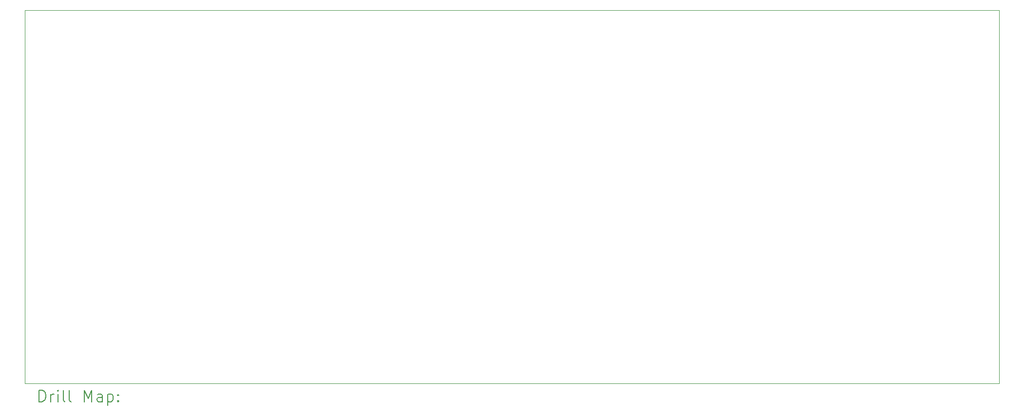
<source format=gbr>
%TF.GenerationSoftware,KiCad,Pcbnew,(6.0.11)*%
%TF.CreationDate,2023-02-08T23:31:20+00:00*%
%TF.ProjectId,StepperDemoPCB,53746570-7065-4724-9465-6d6f5043422e,rev?*%
%TF.SameCoordinates,Original*%
%TF.FileFunction,Drillmap*%
%TF.FilePolarity,Positive*%
%FSLAX45Y45*%
G04 Gerber Fmt 4.5, Leading zero omitted, Abs format (unit mm)*
G04 Created by KiCad (PCBNEW (6.0.11)) date 2023-02-08 23:31:20*
%MOMM*%
%LPD*%
G01*
G04 APERTURE LIST*
%ADD10C,0.100000*%
%ADD11C,0.200000*%
G04 APERTURE END LIST*
D10*
X3300000Y-3600000D02*
X20230000Y-3600000D01*
X20230000Y-3600000D02*
X20230000Y-10100000D01*
X20230000Y-10100000D02*
X3300000Y-10100000D01*
X3300000Y-10100000D02*
X3300000Y-3600000D01*
D11*
X3552619Y-10415476D02*
X3552619Y-10215476D01*
X3600238Y-10215476D01*
X3628809Y-10225000D01*
X3647857Y-10244048D01*
X3657381Y-10263095D01*
X3666905Y-10301190D01*
X3666905Y-10329762D01*
X3657381Y-10367857D01*
X3647857Y-10386905D01*
X3628809Y-10405952D01*
X3600238Y-10415476D01*
X3552619Y-10415476D01*
X3752619Y-10415476D02*
X3752619Y-10282143D01*
X3752619Y-10320238D02*
X3762143Y-10301190D01*
X3771667Y-10291667D01*
X3790714Y-10282143D01*
X3809762Y-10282143D01*
X3876428Y-10415476D02*
X3876428Y-10282143D01*
X3876428Y-10215476D02*
X3866905Y-10225000D01*
X3876428Y-10234524D01*
X3885952Y-10225000D01*
X3876428Y-10215476D01*
X3876428Y-10234524D01*
X4000238Y-10415476D02*
X3981190Y-10405952D01*
X3971667Y-10386905D01*
X3971667Y-10215476D01*
X4105000Y-10415476D02*
X4085952Y-10405952D01*
X4076428Y-10386905D01*
X4076428Y-10215476D01*
X4333571Y-10415476D02*
X4333571Y-10215476D01*
X4400238Y-10358333D01*
X4466905Y-10215476D01*
X4466905Y-10415476D01*
X4647857Y-10415476D02*
X4647857Y-10310714D01*
X4638333Y-10291667D01*
X4619286Y-10282143D01*
X4581190Y-10282143D01*
X4562143Y-10291667D01*
X4647857Y-10405952D02*
X4628810Y-10415476D01*
X4581190Y-10415476D01*
X4562143Y-10405952D01*
X4552619Y-10386905D01*
X4552619Y-10367857D01*
X4562143Y-10348810D01*
X4581190Y-10339286D01*
X4628810Y-10339286D01*
X4647857Y-10329762D01*
X4743095Y-10282143D02*
X4743095Y-10482143D01*
X4743095Y-10291667D02*
X4762143Y-10282143D01*
X4800238Y-10282143D01*
X4819286Y-10291667D01*
X4828810Y-10301190D01*
X4838333Y-10320238D01*
X4838333Y-10377381D01*
X4828810Y-10396429D01*
X4819286Y-10405952D01*
X4800238Y-10415476D01*
X4762143Y-10415476D01*
X4743095Y-10405952D01*
X4924048Y-10396429D02*
X4933571Y-10405952D01*
X4924048Y-10415476D01*
X4914524Y-10405952D01*
X4924048Y-10396429D01*
X4924048Y-10415476D01*
X4924048Y-10291667D02*
X4933571Y-10301190D01*
X4924048Y-10310714D01*
X4914524Y-10301190D01*
X4924048Y-10291667D01*
X4924048Y-10310714D01*
M02*

</source>
